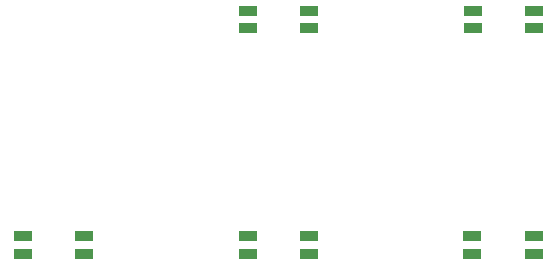
<source format=gbp>
G04 #@! TF.GenerationSoftware,KiCad,Pcbnew,9.0.2*
G04 #@! TF.CreationDate,2025-08-01T12:28:15-04:00*
G04 #@! TF.ProjectId,hackpad,6861636b-7061-4642-9e6b-696361645f70,rev?*
G04 #@! TF.SameCoordinates,Original*
G04 #@! TF.FileFunction,Paste,Bot*
G04 #@! TF.FilePolarity,Positive*
%FSLAX46Y46*%
G04 Gerber Fmt 4.6, Leading zero omitted, Abs format (unit mm)*
G04 Created by KiCad (PCBNEW 9.0.2) date 2025-08-01 12:28:15*
%MOMM*%
%LPD*%
G01*
G04 APERTURE LIST*
G04 Aperture macros list*
%AMRoundRect*
0 Rectangle with rounded corners*
0 $1 Rounding radius*
0 $2 $3 $4 $5 $6 $7 $8 $9 X,Y pos of 4 corners*
0 Add a 4 corners polygon primitive as box body*
4,1,4,$2,$3,$4,$5,$6,$7,$8,$9,$2,$3,0*
0 Add four circle primitives for the rounded corners*
1,1,$1+$1,$2,$3*
1,1,$1+$1,$4,$5*
1,1,$1+$1,$6,$7*
1,1,$1+$1,$8,$9*
0 Add four rect primitives between the rounded corners*
20,1,$1+$1,$2,$3,$4,$5,0*
20,1,$1+$1,$4,$5,$6,$7,0*
20,1,$1+$1,$6,$7,$8,$9,0*
20,1,$1+$1,$8,$9,$2,$3,0*%
G04 Aperture macros list end*
%ADD10RoundRect,0.082000X-0.718000X0.328000X-0.718000X-0.328000X0.718000X-0.328000X0.718000X0.328000X0*%
G04 APERTURE END LIST*
D10*
X66920000Y-67829999D03*
X66920000Y-69329999D03*
X72120000Y-69329999D03*
X72120000Y-67829999D03*
X66910000Y-86899999D03*
X66910000Y-88399999D03*
X72110000Y-88399999D03*
X72110000Y-86899999D03*
X85970000Y-67829999D03*
X85970000Y-69329999D03*
X91170000Y-69329999D03*
X91170000Y-67829999D03*
X85940000Y-86909999D03*
X85940000Y-88409999D03*
X91140000Y-88409999D03*
X91140000Y-86909999D03*
X47860000Y-86899999D03*
X47860000Y-88399999D03*
X53060000Y-88399999D03*
X53060000Y-86899999D03*
M02*

</source>
